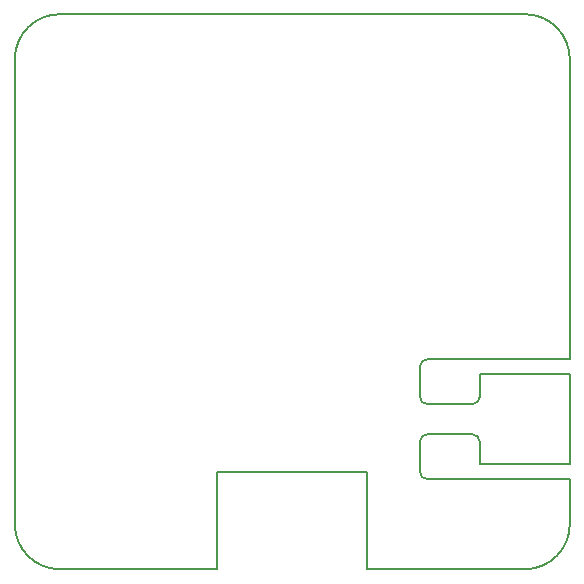
<source format=gm1>
G04 #@! TF.GenerationSoftware,KiCad,Pcbnew,6.0.7-f9a2dced07~116~ubuntu20.04.1*
G04 #@! TF.CreationDate,2022-08-17T23:21:15-04:00*
G04 #@! TF.ProjectId,mmwave,6d6d7761-7665-42e6-9b69-6361645f7063,B*
G04 #@! TF.SameCoordinates,Original*
G04 #@! TF.FileFunction,Profile,NP*
%FSLAX46Y46*%
G04 Gerber Fmt 4.6, Leading zero omitted, Abs format (unit mm)*
G04 Created by KiCad (PCBNEW 6.0.7-f9a2dced07~116~ubuntu20.04.1) date 2022-08-17 23:21:15*
%MOMM*%
%LPD*%
G01*
G04 APERTURE LIST*
G04 #@! TA.AperFunction,Profile*
%ADD10C,0.150000*%
G04 #@! TD*
G04 APERTURE END LIST*
D10*
X150495000Y-82550000D02*
X150495000Y-80645000D01*
X111125000Y-93345000D02*
X111125000Y-53975000D01*
X145415000Y-82550000D02*
G75*
G03*
X146050000Y-83185000I635000J0D01*
G01*
X140970000Y-97155000D02*
X140970000Y-88900000D01*
X158115000Y-89535000D02*
X158115000Y-93345000D01*
X149860000Y-83185000D02*
X146050000Y-83185000D01*
X145415000Y-80010000D02*
X145415000Y-82550000D01*
X146050000Y-85725000D02*
G75*
G03*
X145415000Y-86360000I0J-635000D01*
G01*
X145415000Y-88900000D02*
G75*
G03*
X146050000Y-89535000I635000J0D01*
G01*
X150495000Y-86360000D02*
G75*
G03*
X149860000Y-85725000I-635000J0D01*
G01*
X149860000Y-83185000D02*
G75*
G03*
X150495000Y-82550000I0J635000D01*
G01*
X150495000Y-80645000D02*
X158115000Y-80645000D01*
X111125000Y-93345000D02*
G75*
G03*
X114935000Y-97155000I3810000J0D01*
G01*
X114935000Y-50165000D02*
G75*
G03*
X111125000Y-53975000I0J-3810000D01*
G01*
X158115000Y-53975000D02*
X158115000Y-79375000D01*
X154305000Y-97155000D02*
G75*
G03*
X158115000Y-93345000I0J3810000D01*
G01*
X145415000Y-86360000D02*
X145415000Y-88900000D01*
X146050000Y-79375000D02*
G75*
G03*
X145415000Y-80010000I0J-635000D01*
G01*
X149860000Y-85725000D02*
X146050000Y-85725000D01*
X128270000Y-88900000D02*
X128270000Y-97155000D01*
X158115000Y-79375000D02*
X146050000Y-79375000D01*
X158115000Y-88265000D02*
X150495000Y-88265000D01*
X158115000Y-80645000D02*
X158115000Y-88265000D01*
X114935000Y-50165000D02*
X154305000Y-50165000D01*
X128270000Y-97155000D02*
X114935000Y-97155000D01*
X150495000Y-88265000D02*
X150495000Y-86360000D01*
X140970000Y-88900000D02*
X128270000Y-88900000D01*
X158115000Y-53975000D02*
G75*
G03*
X154305000Y-50165000I-3810000J0D01*
G01*
X146050000Y-89535000D02*
X158115000Y-89535000D01*
X140970000Y-97155000D02*
X154305000Y-97155000D01*
M02*

</source>
